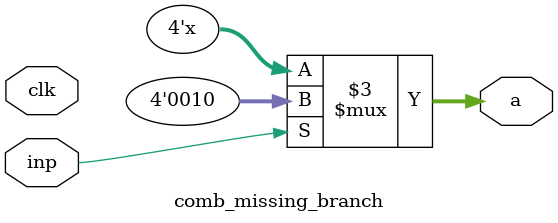
<source format=sv>
`define expected_error CombError

module comb_missing_branch(input logic clk,
                           input logic inp,
                           output logic[3:0] a);

always_comb
  if (inp)
    a = 4'd2;

endmodule

</source>
